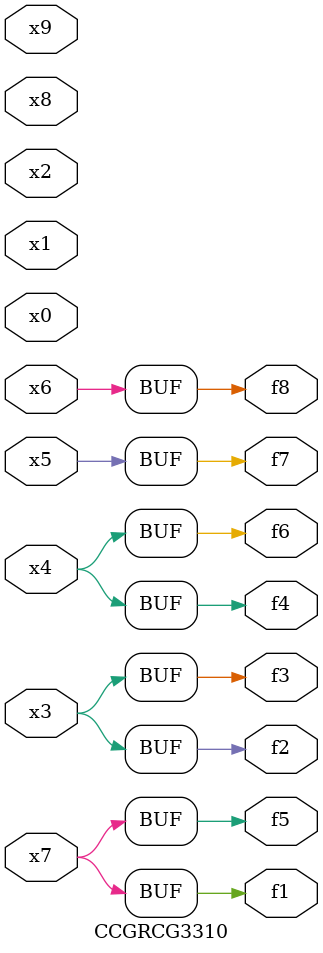
<source format=v>
module CCGRCG3310(
	input x0, x1, x2, x3, x4, x5, x6, x7, x8, x9,
	output f1, f2, f3, f4, f5, f6, f7, f8
);
	assign f1 = x7;
	assign f2 = x3;
	assign f3 = x3;
	assign f4 = x4;
	assign f5 = x7;
	assign f6 = x4;
	assign f7 = x5;
	assign f8 = x6;
endmodule

</source>
